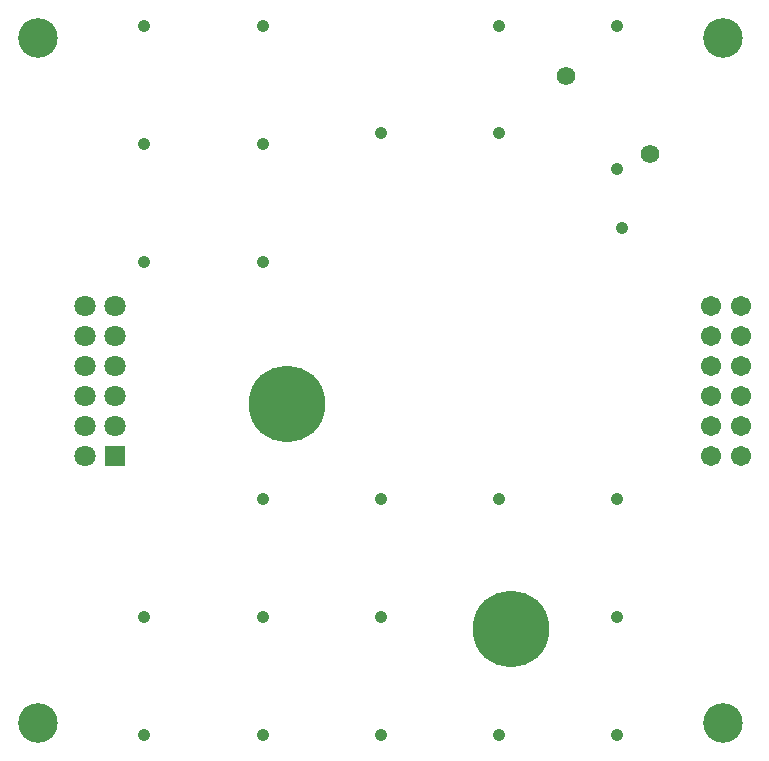
<source format=gbr>
G04 DesignSpark PCB PRO Gerber Version 10.0 Build 5299*
G04 #@! TF.Part,Single*
G04 #@! TF.FileFunction,Soldermask,Bot*
G04 #@! TF.FilePolarity,Negative*
%FSLAX35Y35*%
%MOIN*%
G04 #@! TA.AperFunction,ComponentPad*
%ADD132R,0.07096X0.07096*%
G04 #@! TA.AperFunction,ViaPad*
%ADD10C,0.04143*%
%ADD11C,0.06200*%
G04 #@! TA.AperFunction,ComponentPad*
%ADD13C,0.06702*%
%ADD133C,0.07096*%
G04 #@! TA.AperFunction,WasherPad*
%ADD12C,0.13198*%
G04 #@! TA.AperFunction,ComponentPad*
%ADD146C,0.25521*%
G04 #@! TD.AperFunction*
X0Y0D02*
D02*
D10*
X63386Y20079D03*
Y59449D03*
Y177559D03*
Y216929D03*
Y256299D03*
X102756Y20079D03*
Y59449D03*
Y98819D03*
Y177559D03*
Y216929D03*
Y256299D03*
X142126Y20079D03*
Y59449D03*
Y98819D03*
Y220866D03*
X181496Y20079D03*
Y98819D03*
Y220866D03*
Y256299D03*
X220866Y20079D03*
Y59449D03*
Y98819D03*
Y208661D03*
Y256299D03*
X222441Y188976D03*
D02*
D11*
X203937Y239764D03*
X231890Y213780D03*
D02*
D12*
X27953Y24016D03*
Y252362D03*
X256299Y24016D03*
Y252362D03*
D02*
D13*
X252205Y113189D03*
Y123189D03*
Y133189D03*
Y143189D03*
Y153189D03*
Y163189D03*
X262205Y113189D03*
Y123189D03*
Y133189D03*
Y143189D03*
Y153189D03*
Y163189D03*
D02*
D132*
X53543Y113189D03*
D02*
D133*
X43543D03*
Y123189D03*
Y133189D03*
Y143189D03*
Y153189D03*
Y163189D03*
X53543Y123189D03*
Y133189D03*
Y143189D03*
Y153189D03*
Y163189D03*
D02*
D146*
X111024Y130315D03*
X185433Y55512D03*
X0Y0D02*
M02*

</source>
